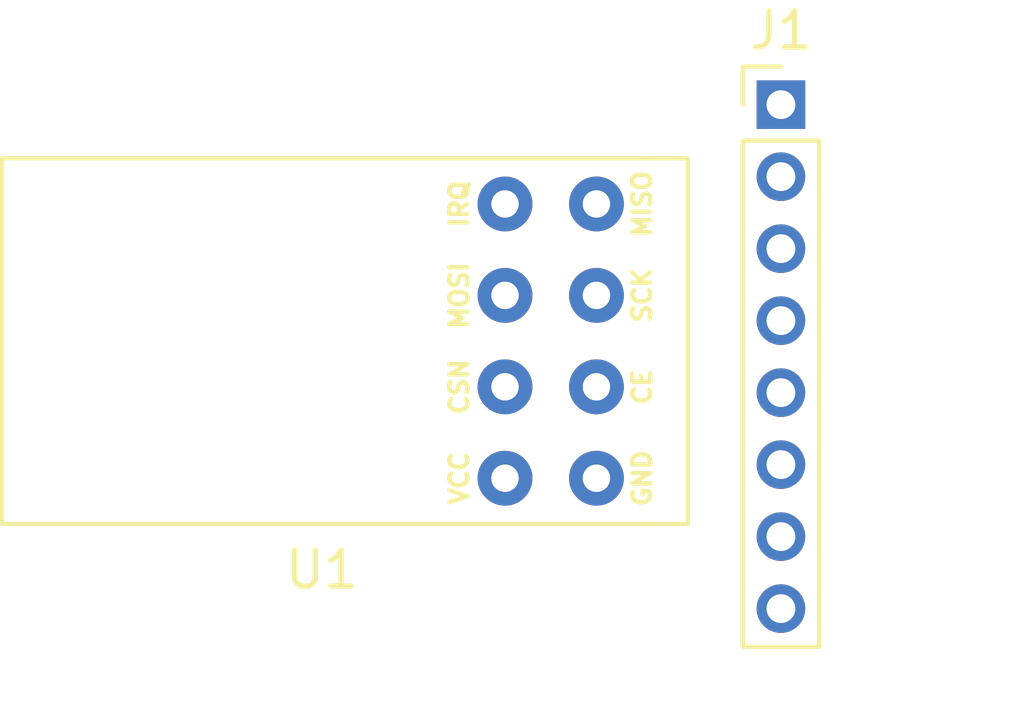
<source format=kicad_pcb>
(kicad_pcb (version 20171130) (host pcbnew "(5.1.9)-1")

  (general
    (thickness 1.6)
    (drawings 0)
    (tracks 0)
    (zones 0)
    (modules 2)
    (nets 9)
  )

  (page A4)
  (title_block
    (title "nRF24 Breakpout Board")
    (date 2021-10-22)
    (rev 1.0)
    (company Kapey)
  )

  (layers
    (0 F.Cu signal)
    (31 B.Cu signal)
    (32 B.Adhes user)
    (33 F.Adhes user)
    (34 B.Paste user)
    (35 F.Paste user)
    (36 B.SilkS user)
    (37 F.SilkS user)
    (38 B.Mask user)
    (39 F.Mask user)
    (40 Dwgs.User user)
    (41 Cmts.User user)
    (42 Eco1.User user)
    (43 Eco2.User user)
    (44 Edge.Cuts user)
    (45 Margin user)
    (46 B.CrtYd user)
    (47 F.CrtYd user)
    (48 B.Fab user)
    (49 F.Fab user)
  )

  (setup
    (last_trace_width 0.25)
    (trace_clearance 0.2)
    (zone_clearance 0.508)
    (zone_45_only no)
    (trace_min 0.2)
    (via_size 0.8)
    (via_drill 0.4)
    (via_min_size 0.4)
    (via_min_drill 0.3)
    (uvia_size 0.3)
    (uvia_drill 0.1)
    (uvias_allowed no)
    (uvia_min_size 0.2)
    (uvia_min_drill 0.1)
    (edge_width 0.05)
    (segment_width 0.2)
    (pcb_text_width 0.3)
    (pcb_text_size 1.5 1.5)
    (mod_edge_width 0.12)
    (mod_text_size 1 1)
    (mod_text_width 0.15)
    (pad_size 1.524 1.524)
    (pad_drill 0.762)
    (pad_to_mask_clearance 0)
    (aux_axis_origin 0 0)
    (visible_elements FFFFFF7F)
    (pcbplotparams
      (layerselection 0x010fc_ffffffff)
      (usegerberextensions false)
      (usegerberattributes true)
      (usegerberadvancedattributes true)
      (creategerberjobfile true)
      (excludeedgelayer true)
      (linewidth 0.100000)
      (plotframeref false)
      (viasonmask false)
      (mode 1)
      (useauxorigin false)
      (hpglpennumber 1)
      (hpglpenspeed 20)
      (hpglpendiameter 15.000000)
      (psnegative false)
      (psa4output false)
      (plotreference true)
      (plotvalue true)
      (plotinvisibletext false)
      (padsonsilk false)
      (subtractmaskfromsilk false)
      (outputformat 1)
      (mirror false)
      (drillshape 1)
      (scaleselection 1)
      (outputdirectory ""))
  )

  (net 0 "")
  (net 1 "Net-(J1-Pad1)")
  (net 2 "Net-(J1-Pad2)")
  (net 3 "Net-(J1-Pad3)")
  (net 4 "Net-(J1-Pad4)")
  (net 5 "Net-(J1-Pad5)")
  (net 6 "Net-(J1-Pad6)")
  (net 7 "Net-(J1-Pad7)")
  (net 8 "Net-(J1-Pad8)")

  (net_class Default "This is the default net class."
    (clearance 0.2)
    (trace_width 0.25)
    (via_dia 0.8)
    (via_drill 0.4)
    (uvia_dia 0.3)
    (uvia_drill 0.1)
    (add_net "Net-(J1-Pad1)")
    (add_net "Net-(J1-Pad2)")
    (add_net "Net-(J1-Pad3)")
    (add_net "Net-(J1-Pad4)")
    (add_net "Net-(J1-Pad5)")
    (add_net "Net-(J1-Pad6)")
    (add_net "Net-(J1-Pad7)")
    (add_net "Net-(J1-Pad8)")
  )

  (module Connector_PinHeader_2.00mm:PinHeader_1x08_P2.00mm_Vertical (layer F.Cu) (tedit 59FED667) (tstamp 6173D3BB)
    (at 151.743001 89.504)
    (descr "Through hole straight pin header, 1x08, 2.00mm pitch, single row")
    (tags "Through hole pin header THT 1x08 2.00mm single row")
    (path /616E2C07)
    (fp_text reference J1 (at 0 -2.06) (layer F.SilkS)
      (effects (font (size 1 1) (thickness 0.15)))
    )
    (fp_text value Conn_01x08_Male (at 0 16.06) (layer F.Fab)
      (effects (font (size 1 1) (thickness 0.15)))
    )
    (fp_line (start 1.5 -1.5) (end -1.5 -1.5) (layer F.CrtYd) (width 0.05))
    (fp_line (start 1.5 15.5) (end 1.5 -1.5) (layer F.CrtYd) (width 0.05))
    (fp_line (start -1.5 15.5) (end 1.5 15.5) (layer F.CrtYd) (width 0.05))
    (fp_line (start -1.5 -1.5) (end -1.5 15.5) (layer F.CrtYd) (width 0.05))
    (fp_line (start -1.06 -1.06) (end 0 -1.06) (layer F.SilkS) (width 0.12))
    (fp_line (start -1.06 0) (end -1.06 -1.06) (layer F.SilkS) (width 0.12))
    (fp_line (start -1.06 1) (end 1.06 1) (layer F.SilkS) (width 0.12))
    (fp_line (start 1.06 1) (end 1.06 15.06) (layer F.SilkS) (width 0.12))
    (fp_line (start -1.06 1) (end -1.06 15.06) (layer F.SilkS) (width 0.12))
    (fp_line (start -1.06 15.06) (end 1.06 15.06) (layer F.SilkS) (width 0.12))
    (fp_line (start -1 -0.5) (end -0.5 -1) (layer F.Fab) (width 0.1))
    (fp_line (start -1 15) (end -1 -0.5) (layer F.Fab) (width 0.1))
    (fp_line (start 1 15) (end -1 15) (layer F.Fab) (width 0.1))
    (fp_line (start 1 -1) (end 1 15) (layer F.Fab) (width 0.1))
    (fp_line (start -0.5 -1) (end 1 -1) (layer F.Fab) (width 0.1))
    (fp_text user %R (at 0 7 90) (layer F.Fab)
      (effects (font (size 1 1) (thickness 0.15)))
    )
    (pad 1 thru_hole rect (at 0 0) (size 1.35 1.35) (drill 0.8) (layers *.Cu *.Mask)
      (net 1 "Net-(J1-Pad1)"))
    (pad 2 thru_hole oval (at 0 2) (size 1.35 1.35) (drill 0.8) (layers *.Cu *.Mask)
      (net 2 "Net-(J1-Pad2)"))
    (pad 3 thru_hole oval (at 0 4) (size 1.35 1.35) (drill 0.8) (layers *.Cu *.Mask)
      (net 3 "Net-(J1-Pad3)"))
    (pad 4 thru_hole oval (at 0 6) (size 1.35 1.35) (drill 0.8) (layers *.Cu *.Mask)
      (net 4 "Net-(J1-Pad4)"))
    (pad 5 thru_hole oval (at 0 8) (size 1.35 1.35) (drill 0.8) (layers *.Cu *.Mask)
      (net 5 "Net-(J1-Pad5)"))
    (pad 6 thru_hole oval (at 0 10) (size 1.35 1.35) (drill 0.8) (layers *.Cu *.Mask)
      (net 6 "Net-(J1-Pad6)"))
    (pad 7 thru_hole oval (at 0 12) (size 1.35 1.35) (drill 0.8) (layers *.Cu *.Mask)
      (net 7 "Net-(J1-Pad7)"))
    (pad 8 thru_hole oval (at 0 14) (size 1.35 1.35) (drill 0.8) (layers *.Cu *.Mask)
      (net 8 "Net-(J1-Pad8)"))
    (model ${KISYS3DMOD}/Connector_PinHeader_2.00mm.3dshapes/PinHeader_1x08_P2.00mm_Vertical.wrl
      (at (xyz 0 0 0))
      (scale (xyz 1 1 1))
      (rotate (xyz 0 0 0))
    )
  )

  (module nRF24_Breakout_footprint:nRF24 (layer F.Cu) (tedit 617373E9) (tstamp 6173D2AF)
    (at 138.998001 97.342001)
    (descr "A footprint for the generic nRF24 module")
    (path /616E7E41)
    (fp_text reference U1 (at 0 5.08) (layer F.SilkS)
      (effects (font (size 1 1) (thickness 0.15)))
    )
    (fp_text value nRF24 (at 0 -0.635) (layer F.Fab)
      (effects (font (size 1 1) (thickness 0.15)))
    )
    (fp_line (start 10.16 3.81) (end 8.89 3.81) (layer F.SilkS) (width 0.12))
    (fp_line (start 8.89 -6.35) (end 10.16 -6.35) (layer F.SilkS) (width 0.12))
    (fp_line (start 10.16 3.81) (end 10.16 -6.35) (layer F.SilkS) (width 0.12))
    (fp_line (start -8.89 3.81) (end 8.89 3.81) (layer F.SilkS) (width 0.12))
    (fp_line (start -8.89 -6.35) (end -8.89 3.81) (layer F.SilkS) (width 0.12))
    (fp_line (start 8.89 -6.35) (end -8.89 -6.35) (layer F.SilkS) (width 0.12))
    (fp_text user GND (at 8.89 2.54 90) (layer F.SilkS)
      (effects (font (size 0.5 0.5) (thickness 0.125)))
    )
    (fp_text user CE (at 8.89 0 90) (layer F.SilkS)
      (effects (font (size 0.5 0.5) (thickness 0.125)))
    )
    (fp_text user SCK (at 8.89 -2.54 90) (layer F.SilkS)
      (effects (font (size 0.5 0.5) (thickness 0.125)))
    )
    (fp_text user MISO (at 8.89 -5.08 90) (layer F.SilkS)
      (effects (font (size 0.5 0.5) (thickness 0.125)))
    )
    (fp_text user IRQ (at 3.81 -5.08 90) (layer F.SilkS)
      (effects (font (size 0.5 0.5) (thickness 0.125)))
    )
    (fp_text user MOSI (at 3.81 -2.54 90) (layer F.SilkS)
      (effects (font (size 0.5 0.5) (thickness 0.125)))
    )
    (fp_text user CSN (at 3.81 0 90) (layer F.SilkS)
      (effects (font (size 0.5 0.5) (thickness 0.125)))
    )
    (fp_text user VCC (at 3.81 2.54 90) (layer F.SilkS)
      (effects (font (size 0.5 0.5) (thickness 0.125)))
    )
    (pad 1 thru_hole circle (at 7.62 0) (size 1.524 1.524) (drill 0.762) (layers *.Cu *.Mask)
      (net 2 "Net-(J1-Pad2)"))
    (pad 2 thru_hole circle (at 7.62 -2.54) (size 1.524 1.524) (drill 0.762) (layers *.Cu *.Mask)
      (net 3 "Net-(J1-Pad3)"))
    (pad 3 thru_hole circle (at 7.62 -5.08) (size 1.524 1.524) (drill 0.762) (layers *.Cu *.Mask)
      (net 4 "Net-(J1-Pad4)"))
    (pad 4 thru_hole circle (at 5.08 -5.08) (size 1.524 1.524) (drill 0.762) (layers *.Cu *.Mask)
      (net 5 "Net-(J1-Pad5)"))
    (pad 5 thru_hole circle (at 5.08 -2.54) (size 1.524 1.524) (drill 0.762) (layers *.Cu *.Mask)
      (net 6 "Net-(J1-Pad6)"))
    (pad 6 thru_hole circle (at 5.08 0) (size 1.524 1.524) (drill 0.762) (layers *.Cu *.Mask)
      (net 7 "Net-(J1-Pad7)"))
    (pad 7 thru_hole circle (at 5.08 2.54) (size 1.524 1.524) (drill 0.762) (layers *.Cu *.Mask)
      (net 8 "Net-(J1-Pad8)"))
    (pad 0 thru_hole circle (at 7.62 2.54) (size 1.524 1.524) (drill 0.762) (layers *.Cu *.Mask)
      (net 1 "Net-(J1-Pad1)"))
  )

)

</source>
